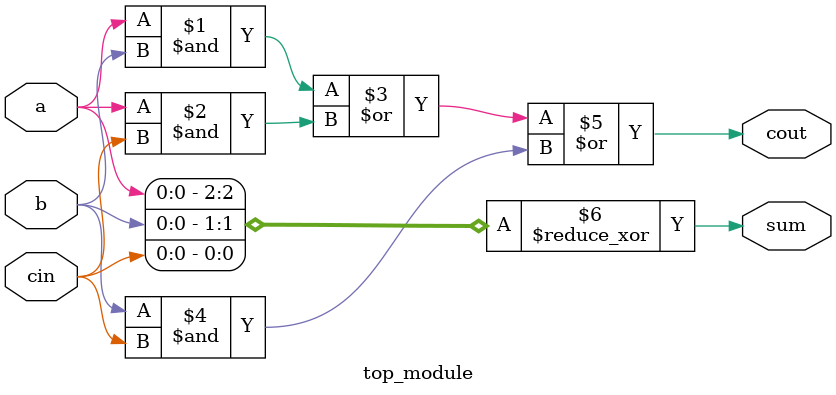
<source format=v>
module top_module( 
    input a, b, cin,
    output cout, sum );

    assign cout = (a&b) | (a&cin) | (b&cin);
    assign sum  = ^{a , b, cin};

endmodule
</source>
